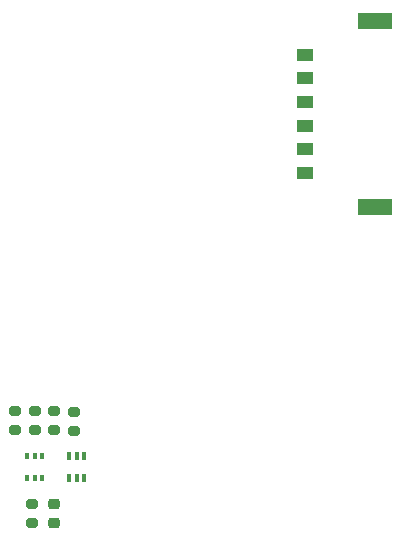
<source format=gbp>
%TF.GenerationSoftware,KiCad,Pcbnew,(6.0.5)*%
%TF.CreationDate,2022-07-09T16:00:03-07:00*%
%TF.ProjectId,solar-panel-side-Z-plus,736f6c61-722d-4706-916e-656c2d736964,rev?*%
%TF.SameCoordinates,Original*%
%TF.FileFunction,Paste,Bot*%
%TF.FilePolarity,Positive*%
%FSLAX46Y46*%
G04 Gerber Fmt 4.6, Leading zero omitted, Abs format (unit mm)*
G04 Created by KiCad (PCBNEW (6.0.5)) date 2022-07-09 16:00:03*
%MOMM*%
%LPD*%
G01*
G04 APERTURE LIST*
G04 Aperture macros list*
%AMRoundRect*
0 Rectangle with rounded corners*
0 $1 Rounding radius*
0 $2 $3 $4 $5 $6 $7 $8 $9 X,Y pos of 4 corners*
0 Add a 4 corners polygon primitive as box body*
4,1,4,$2,$3,$4,$5,$6,$7,$8,$9,$2,$3,0*
0 Add four circle primitives for the rounded corners*
1,1,$1+$1,$2,$3*
1,1,$1+$1,$4,$5*
1,1,$1+$1,$6,$7*
1,1,$1+$1,$8,$9*
0 Add four rect primitives between the rounded corners*
20,1,$1+$1,$2,$3,$4,$5,0*
20,1,$1+$1,$4,$5,$6,$7,0*
20,1,$1+$1,$6,$7,$8,$9,0*
20,1,$1+$1,$8,$9,$2,$3,0*%
G04 Aperture macros list end*
%ADD10R,1.450000X1.100000*%
%ADD11R,2.900000X1.350000*%
%ADD12RoundRect,0.200000X-0.275000X0.200000X-0.275000X-0.200000X0.275000X-0.200000X0.275000X0.200000X0*%
%ADD13RoundRect,0.200000X0.275000X-0.200000X0.275000X0.200000X-0.275000X0.200000X-0.275000X-0.200000X0*%
%ADD14R,0.400000X0.600000*%
%ADD15R,0.400000X0.650000*%
%ADD16RoundRect,0.225000X-0.250000X0.225000X-0.250000X-0.225000X0.250000X-0.225000X0.250000X0.225000X0*%
G04 APERTURE END LIST*
D10*
X155835000Y-64850000D03*
X155835000Y-66850000D03*
X155835000Y-68850000D03*
X155835000Y-70850000D03*
X155835000Y-72850000D03*
X155835000Y-74850000D03*
D11*
X161810000Y-61955000D03*
X161810000Y-77745000D03*
D12*
X131318000Y-94996500D03*
X131318000Y-96646500D03*
D13*
X136271000Y-96709500D03*
X136271000Y-95059500D03*
X132715000Y-104520500D03*
X132715000Y-102870500D03*
D12*
X132969000Y-94996500D03*
X132969000Y-96646500D03*
D14*
X132319000Y-98808500D03*
X132969000Y-98808500D03*
X133619000Y-98808500D03*
X133619000Y-100708500D03*
X132969000Y-100708500D03*
X132319000Y-100708500D03*
D12*
X134620000Y-94996500D03*
X134620000Y-96646500D03*
D15*
X135875000Y-98808500D03*
X136525000Y-98808500D03*
X137175000Y-98808500D03*
X137175000Y-100708500D03*
X136525000Y-100708500D03*
X135875000Y-100708500D03*
D16*
X134620000Y-102920500D03*
X134620000Y-104470500D03*
M02*

</source>
